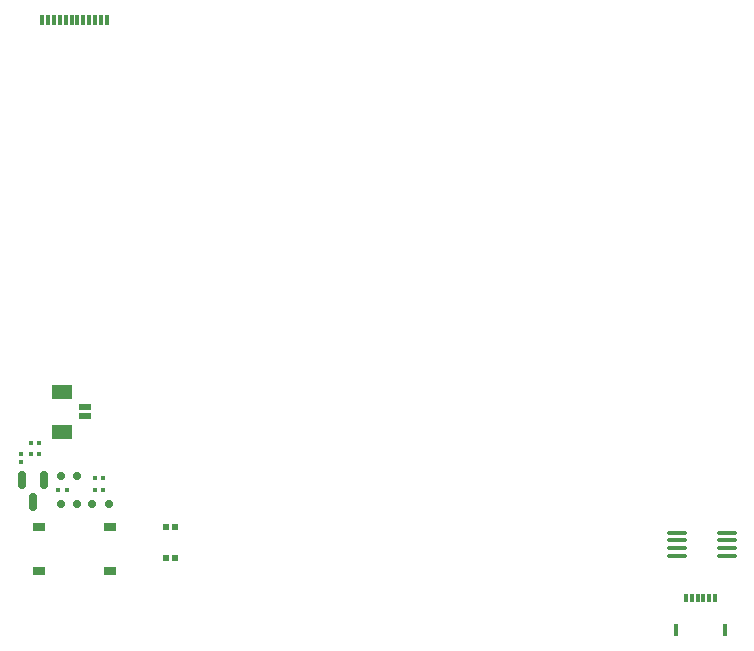
<source format=gbr>
%TF.GenerationSoftware,KiCad,Pcbnew,8.0.2*%
%TF.CreationDate,2024-07-05T17:46:32-07:00*%
%TF.ProjectId,UGC_Main,5547435f-4d61-4696-9e2e-6b696361645f,rev?*%
%TF.SameCoordinates,Original*%
%TF.FileFunction,Paste,Bot*%
%TF.FilePolarity,Positive*%
%FSLAX46Y46*%
G04 Gerber Fmt 4.6, Leading zero omitted, Abs format (unit mm)*
G04 Created by KiCad (PCBNEW 8.0.2) date 2024-07-05 17:46:32*
%MOMM*%
%LPD*%
G01*
G04 APERTURE LIST*
G04 Aperture macros list*
%AMRoundRect*
0 Rectangle with rounded corners*
0 $1 Rounding radius*
0 $2 $3 $4 $5 $6 $7 $8 $9 X,Y pos of 4 corners*
0 Add a 4 corners polygon primitive as box body*
4,1,4,$2,$3,$4,$5,$6,$7,$8,$9,$2,$3,0*
0 Add four circle primitives for the rounded corners*
1,1,$1+$1,$2,$3*
1,1,$1+$1,$4,$5*
1,1,$1+$1,$6,$7*
1,1,$1+$1,$8,$9*
0 Add four rect primitives between the rounded corners*
20,1,$1+$1,$2,$3,$4,$5,0*
20,1,$1+$1,$4,$5,$6,$7,0*
20,1,$1+$1,$6,$7,$8,$9,0*
20,1,$1+$1,$8,$9,$2,$3,0*%
G04 Aperture macros list end*
%ADD10R,1.000000X0.750000*%
%ADD11RoundRect,0.079500X-0.079500X-0.100500X0.079500X-0.100500X0.079500X0.100500X-0.079500X0.100500X0*%
%ADD12R,0.500000X0.550000*%
%ADD13RoundRect,0.150000X-0.150000X0.587500X-0.150000X-0.587500X0.150000X-0.587500X0.150000X0.587500X0*%
%ADD14RoundRect,0.150000X0.150000X0.200000X-0.150000X0.200000X-0.150000X-0.200000X0.150000X-0.200000X0*%
%ADD15R,0.300000X0.700000*%
%ADD16R,0.300000X1.000000*%
%ADD17RoundRect,0.079500X0.079500X0.100500X-0.079500X0.100500X-0.079500X-0.100500X0.079500X-0.100500X0*%
%ADD18R,1.000000X0.500000*%
%ADD19R,1.700000X1.200000*%
%ADD20RoundRect,0.079500X-0.100500X0.079500X-0.100500X-0.079500X0.100500X-0.079500X0.100500X0.079500X0*%
%ADD21RoundRect,0.150000X-0.150000X-0.200000X0.150000X-0.200000X0.150000X0.200000X-0.150000X0.200000X0*%
%ADD22R,0.350000X0.890000*%
%ADD23RoundRect,0.100000X0.712500X0.100000X-0.712500X0.100000X-0.712500X-0.100000X0.712500X-0.100000X0*%
G04 APERTURE END LIST*
D10*
%TO.C,SW14*%
X221483657Y-133609400D03*
X215483657Y-133609400D03*
X221483657Y-137359400D03*
X215483657Y-137359400D03*
%TD*%
D11*
%TO.C,C26*%
X217119600Y-130502900D03*
X217809600Y-130502900D03*
%TD*%
%TO.C,R33*%
X220238800Y-129489200D03*
X220928800Y-129489200D03*
%TD*%
%TO.C,C27*%
X214782800Y-126515100D03*
X215472800Y-126515100D03*
%TD*%
D12*
%TO.C,SW15*%
X227025200Y-136245600D03*
X226225200Y-136245600D03*
X227025200Y-133595600D03*
X226225200Y-133595600D03*
%TD*%
D13*
%TO.C,Q5*%
X214000000Y-129641600D03*
X215900000Y-129641600D03*
X214950000Y-131516600D03*
%TD*%
D14*
%TO.C,D3*%
X219995400Y-131635000D03*
X221395400Y-131635000D03*
%TD*%
D15*
%TO.C,J13*%
X272740173Y-139656580D03*
X272240173Y-139656580D03*
X271740173Y-139656580D03*
X271240173Y-139656580D03*
X270740173Y-139656580D03*
X270240173Y-139656580D03*
D16*
X273530173Y-142306580D03*
X269450173Y-142306580D03*
%TD*%
D14*
%TO.C,D7*%
X217323400Y-129334500D03*
X218723400Y-129334500D03*
%TD*%
D17*
%TO.C,R31*%
X215472800Y-127404100D03*
X214782800Y-127404100D03*
%TD*%
D18*
%TO.C,J1*%
X219362600Y-124250400D03*
X219362600Y-123450400D03*
D19*
X217412600Y-125550400D03*
X217412600Y-122150400D03*
%TD*%
D20*
%TO.C,R32*%
X213984800Y-127414700D03*
X213984800Y-128104700D03*
%TD*%
D17*
%TO.C,C25*%
X220872800Y-130492000D03*
X220182800Y-130492000D03*
%TD*%
D21*
%TO.C,D6*%
X218713200Y-131648200D03*
X217313200Y-131648200D03*
%TD*%
D22*
%TO.C,J5*%
X215733635Y-90709400D03*
X216233635Y-90709400D03*
X216733635Y-90709400D03*
X217233635Y-90709400D03*
X217733635Y-90709400D03*
X218233635Y-90709400D03*
X218733635Y-90709400D03*
X219233635Y-90709400D03*
X219733635Y-90709400D03*
X220233635Y-90709400D03*
X220733635Y-90709400D03*
X221233635Y-90709400D03*
%TD*%
D23*
%TO.C,U7*%
X273740100Y-134102200D03*
X273740100Y-134752200D03*
X273740100Y-135402200D03*
X273740100Y-136052200D03*
X269515100Y-136052200D03*
X269515100Y-135402200D03*
X269515100Y-134752200D03*
X269515100Y-134102200D03*
%TD*%
M02*

</source>
